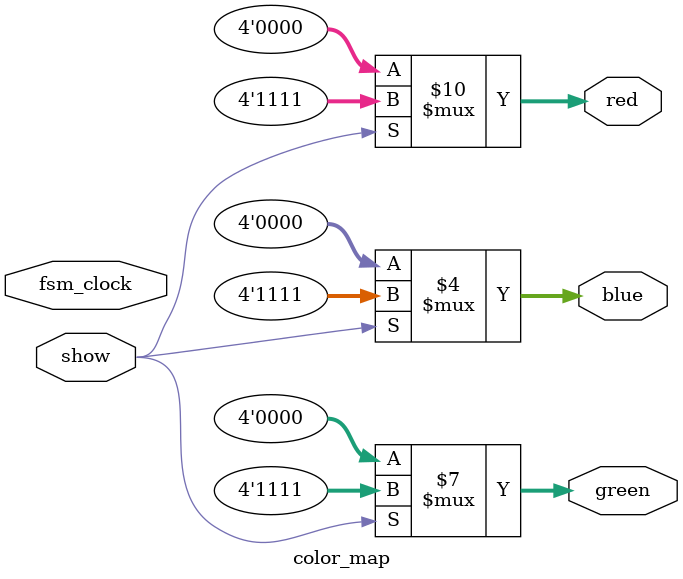
<source format=v>
/**
 * This module converts the `show` output (when high) to a color, and changes this color at the rate of the FSM clock.
 *
 * Author: Malcolm Watt
 */

module color_map(fsm_clock, show, red, green, blue);
	input fsm_clock;
	input show;
	output reg [3:0] red;
	output reg [3:0] green;
	output reg [3:0] blue;
	
	always @ (fsm_clock, show) begin
		if (show == 1'b1) begin
			red = 4'b1111;
			green = 4'b1111;
			blue = 4'b1111;
		end
		else begin
			red = 4'b0000;
			green = 4'b0000;
			blue = 4'b0000;
		end
	end
endmodule
</source>
